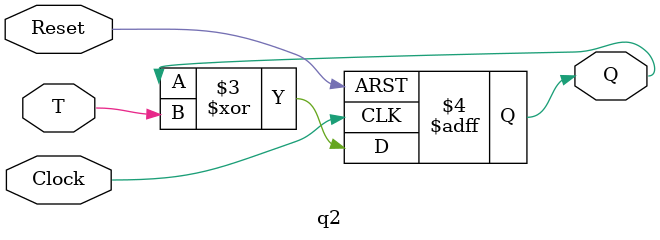
<source format=v>
module q2(T,Reset,Clock,Q);
input T,Reset,Clock;
output reg Q;
always @(negedge Clock or negedge Reset)
if (Reset==0) Q<=0;
else Q <= Q^T;
endmodule

</source>
